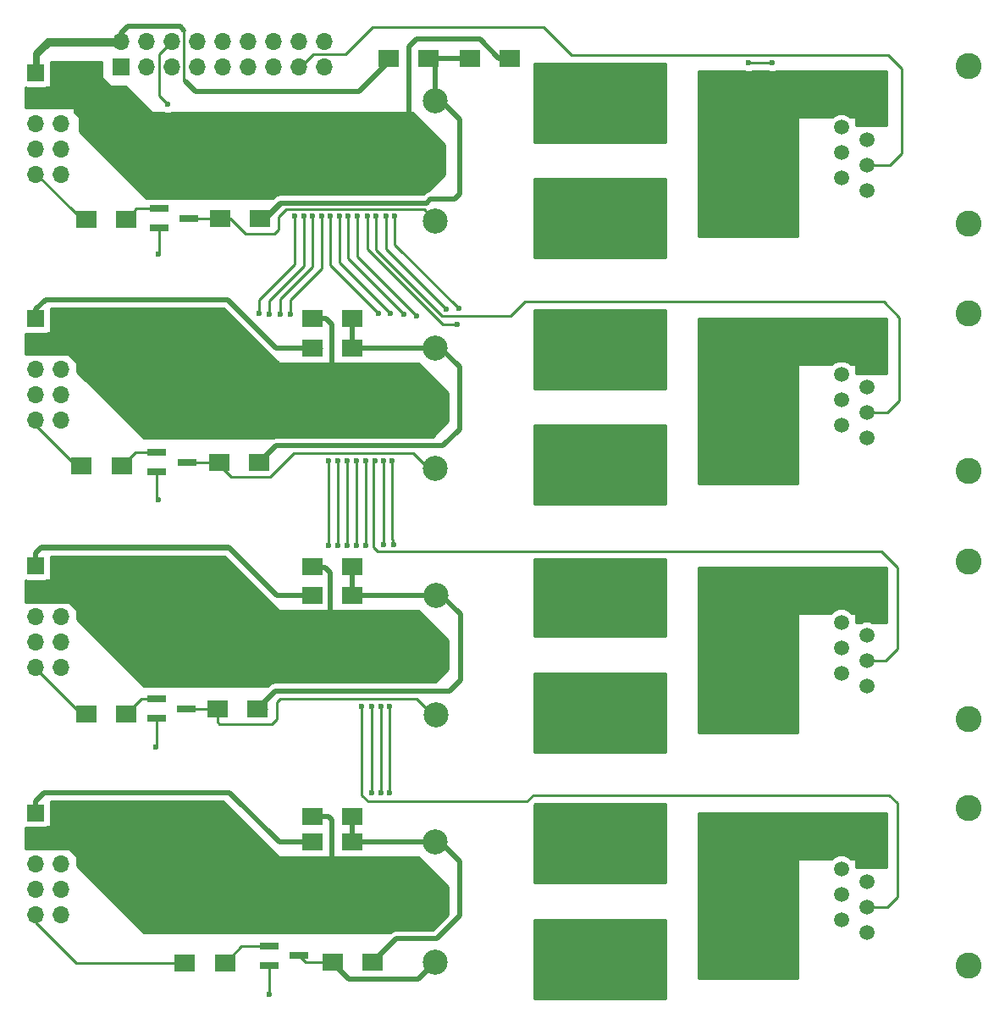
<source format=gtl>
G04 #@! TF.FileFunction,Copper,L1,Top,Signal*
%FSLAX46Y46*%
G04 Gerber Fmt 4.6, Leading zero omitted, Abs format (unit mm)*
G04 Created by KiCad (PCBNEW 4.0.7) date 03/01/19 13:16:32*
%MOMM*%
%LPD*%
G01*
G04 APERTURE LIST*
%ADD10C,0.100000*%
%ADD11C,1.500000*%
%ADD12C,2.600000*%
%ADD13R,3.500000X3.500000*%
%ADD14C,2.500000*%
%ADD15C,3.000000*%
%ADD16R,1.900000X0.800000*%
%ADD17R,2.000000X1.700000*%
%ADD18R,1.700000X1.700000*%
%ADD19O,1.700000X1.700000*%
%ADD20C,0.600000*%
%ADD21C,0.500000*%
%ADD22C,0.250000*%
%ADD23C,1.000000*%
%ADD24C,0.254000*%
G04 APERTURE END LIST*
D10*
D11*
X223075500Y-136652000D03*
X223075500Y-139192000D03*
X223075500Y-141732000D03*
X223075500Y-144272000D03*
X220535500Y-135382000D03*
X220535500Y-137922000D03*
X220535500Y-140462000D03*
X220535500Y-143002000D03*
D12*
X233235500Y-147574000D03*
X233235500Y-131826000D03*
D13*
X207933500Y-72961500D03*
X201133500Y-72961500D03*
X207933500Y-61404500D03*
X201133500Y-61404500D03*
D14*
X179940500Y-73169500D03*
D15*
X192140500Y-73169500D03*
X192190500Y-61119500D03*
D14*
X179940500Y-61169500D03*
D15*
X177990500Y-67119500D03*
D16*
X152322400Y-71948000D03*
X152322400Y-73848000D03*
X155322400Y-72898000D03*
D17*
X149015200Y-72999600D03*
X145015200Y-72999600D03*
X179292000Y-56896000D03*
X175292000Y-56896000D03*
X183420000Y-56896000D03*
X187420000Y-56896000D03*
D13*
X207997000Y-146939000D03*
X201197000Y-146939000D03*
X208060500Y-135572500D03*
X201260500Y-135572500D03*
D14*
X179940500Y-147274000D03*
D15*
X192140500Y-147274000D03*
X192190500Y-135224000D03*
D14*
X179940500Y-135274000D03*
D15*
X177990500Y-141224000D03*
D16*
X163346000Y-145671500D03*
X163346000Y-147571500D03*
X166346000Y-146621500D03*
D17*
X158908500Y-147320000D03*
X154908500Y-147320000D03*
X171672000Y-135255000D03*
X167672000Y-135255000D03*
X171672000Y-132715000D03*
X167672000Y-132715000D03*
D13*
X208060500Y-97536000D03*
X201260500Y-97536000D03*
X208124000Y-86169500D03*
X201324000Y-86169500D03*
X207997000Y-122428000D03*
X201197000Y-122428000D03*
X208187500Y-110744000D03*
X201387500Y-110744000D03*
D14*
X179940500Y-97871000D03*
D15*
X192140500Y-97871000D03*
X192190500Y-85821000D03*
D14*
X179940500Y-85871000D03*
D15*
X177990500Y-91821000D03*
D14*
X180004000Y-122572500D03*
D15*
X192204000Y-122572500D03*
X192254000Y-110522500D03*
D14*
X180004000Y-110572500D03*
D15*
X178054000Y-116522500D03*
D16*
X152119200Y-96319300D03*
X152119200Y-98219300D03*
X155119200Y-97269300D03*
X152043000Y-120970000D03*
X152043000Y-122870000D03*
X155043000Y-121920000D03*
D17*
X148570700Y-97688400D03*
X144570700Y-97688400D03*
X149066000Y-122428000D03*
X145066000Y-122428000D03*
X171672000Y-85852000D03*
X167672000Y-85852000D03*
X171672000Y-110617000D03*
X167672000Y-110617000D03*
X171672000Y-82931000D03*
X167672000Y-82931000D03*
X171672000Y-107696000D03*
X167672000Y-107696000D03*
D18*
X148526500Y-57785000D03*
D19*
X148526500Y-55245000D03*
X151066500Y-57785000D03*
X151066500Y-55245000D03*
X153606500Y-57785000D03*
X153606500Y-55245000D03*
X156146500Y-57785000D03*
X156146500Y-55245000D03*
X158686500Y-57785000D03*
X158686500Y-55245000D03*
X161226500Y-57785000D03*
X161226500Y-55245000D03*
X163766500Y-57785000D03*
X163766500Y-55245000D03*
X166306500Y-57785000D03*
X166306500Y-55245000D03*
X168846500Y-57785000D03*
X168846500Y-55245000D03*
D17*
X162362900Y-97269300D03*
X158362900Y-97269300D03*
X162426400Y-72898000D03*
X158426400Y-72898000D03*
X162147000Y-121920000D03*
X158147000Y-121920000D03*
X173704000Y-147256500D03*
X169704000Y-147256500D03*
D18*
X140004800Y-58369200D03*
D19*
X142544800Y-58369200D03*
X140004800Y-60909200D03*
X142544800Y-60909200D03*
X140004800Y-63449200D03*
X142544800Y-63449200D03*
X140004800Y-65989200D03*
X142544800Y-65989200D03*
X140004800Y-68529200D03*
X142544800Y-68529200D03*
D18*
X140004800Y-132334000D03*
D19*
X142544800Y-132334000D03*
X140004800Y-134874000D03*
X142544800Y-134874000D03*
X140004800Y-137414000D03*
X142544800Y-137414000D03*
X140004800Y-139954000D03*
X142544800Y-139954000D03*
X140004800Y-142494000D03*
X142544800Y-142494000D03*
D18*
X140004800Y-107645200D03*
D19*
X142544800Y-107645200D03*
X140004800Y-110185200D03*
X142544800Y-110185200D03*
X140004800Y-112725200D03*
X142544800Y-112725200D03*
X140004800Y-115265200D03*
X142544800Y-115265200D03*
X140004800Y-117805200D03*
X142544800Y-117805200D03*
D18*
X140004800Y-82956400D03*
D19*
X142544800Y-82956400D03*
X140004800Y-85496400D03*
X142544800Y-85496400D03*
X140004800Y-88036400D03*
X142544800Y-88036400D03*
X140004800Y-90576400D03*
X142544800Y-90576400D03*
X140004800Y-93116400D03*
X142544800Y-93116400D03*
D11*
X223075500Y-62547500D03*
X223075500Y-65087500D03*
X223075500Y-67627500D03*
X223075500Y-70167500D03*
X220535500Y-61277500D03*
X220535500Y-63817500D03*
X220535500Y-66357500D03*
X220535500Y-68897500D03*
D12*
X233235500Y-73469500D03*
X233235500Y-57721500D03*
D11*
X223075500Y-87249000D03*
X223075500Y-89789000D03*
X223075500Y-92329000D03*
X223075500Y-94869000D03*
X220535500Y-85979000D03*
X220535500Y-88519000D03*
X220535500Y-91059000D03*
X220535500Y-93599000D03*
D12*
X233235500Y-98171000D03*
X233235500Y-82423000D03*
D11*
X223075500Y-112014000D03*
X223075500Y-114554000D03*
X223075500Y-117094000D03*
X223075500Y-119634000D03*
X220535500Y-110744000D03*
X220535500Y-113284000D03*
X220535500Y-115824000D03*
X220535500Y-118364000D03*
D12*
X233235500Y-122936000D03*
X233235500Y-107188000D03*
D20*
X152247600Y-76504800D03*
X152209500Y-101041200D03*
X152019000Y-125730000D03*
X213614000Y-57378600D03*
X211251800Y-57378600D03*
X174040800Y-72694800D03*
X182168800Y-83515200D03*
X173126400Y-72694800D03*
X182270400Y-81940400D03*
X175869600Y-72694800D03*
X181000400Y-81991200D03*
X175006000Y-72694800D03*
X173913800Y-97129600D03*
X175463200Y-82448400D03*
X170332400Y-72694800D03*
X174244000Y-82397600D03*
X169468800Y-72694800D03*
X173024800Y-97155000D03*
X173024800Y-105587800D03*
X178054000Y-82651600D03*
X172161200Y-72694800D03*
X175793400Y-105486200D03*
X175641000Y-97155000D03*
X174777400Y-105537000D03*
X174777400Y-97155000D03*
X176784000Y-82499200D03*
X171196000Y-72694800D03*
X162356800Y-82448400D03*
X172593000Y-121666000D03*
X169291000Y-97155000D03*
X169291000Y-105638600D03*
X165912800Y-72694800D03*
X153212800Y-61518800D03*
X167690800Y-72694800D03*
X164439600Y-82499200D03*
X174498000Y-130302000D03*
X174498000Y-121666000D03*
X171119800Y-97180400D03*
X171119800Y-105638600D03*
X173609000Y-130302000D03*
X173609000Y-121666000D03*
X170205400Y-97155000D03*
X170205400Y-105587800D03*
X166827200Y-72694800D03*
X163372800Y-82499200D03*
X163322000Y-150495000D03*
X165455600Y-82499200D03*
X175387000Y-130302000D03*
X175387000Y-121666000D03*
X172034200Y-97155000D03*
X172034200Y-105613200D03*
X168554400Y-72694800D03*
D21*
X162426400Y-72898000D02*
X162941000Y-72898000D01*
X162941000Y-72898000D02*
X164479602Y-71359398D01*
X179084602Y-71359398D02*
X179451000Y-70993000D01*
X164479602Y-71359398D02*
X179084602Y-71359398D01*
X179451000Y-70993000D02*
X181864000Y-70993000D01*
X181864000Y-70993000D02*
X182372000Y-70485000D01*
X182372000Y-70485000D02*
X182372000Y-62992000D01*
X182372000Y-62992000D02*
X180549500Y-61169500D01*
X180549500Y-61169500D02*
X179940500Y-61169500D01*
X179292000Y-56896000D02*
X183420000Y-56896000D01*
X179292000Y-56896000D02*
X179940500Y-57544500D01*
X179940500Y-57544500D02*
X179940500Y-61169500D01*
D22*
X179940500Y-61169500D02*
X179940500Y-57544500D01*
X162426400Y-72898000D02*
X163118800Y-72898000D01*
X163118800Y-72898000D02*
X164490400Y-71526400D01*
X164490400Y-71526400D02*
X178917600Y-71526400D01*
X179292000Y-56896000D02*
X179940500Y-57544500D01*
X182372000Y-67945000D02*
X182372000Y-70485000D01*
X179451000Y-70993000D02*
X179070000Y-71374000D01*
X179070000Y-71374000D02*
X178943000Y-71501000D01*
X181864000Y-70993000D02*
X179451000Y-70993000D01*
X182372000Y-70485000D02*
X181864000Y-70993000D01*
X179921500Y-61150500D02*
X179940500Y-61169500D01*
X179940500Y-61169500D02*
X180486000Y-61169500D01*
X180486000Y-61169500D02*
X182372000Y-63055500D01*
X182372000Y-63055500D02*
X182372000Y-67945000D01*
X179940500Y-73169500D02*
X179940500Y-73158900D01*
X179940500Y-73158900D02*
X178816000Y-72034400D01*
X160934400Y-74422000D02*
X159410400Y-72898000D01*
X163830000Y-74422000D02*
X160934400Y-74422000D01*
X164236400Y-74015600D02*
X163830000Y-74422000D01*
X164236400Y-72796400D02*
X164236400Y-74015600D01*
X164998400Y-72034400D02*
X164236400Y-72796400D01*
X178816000Y-72034400D02*
X164998400Y-72034400D01*
X159410400Y-72898000D02*
X158426400Y-72898000D01*
X158426400Y-72898000D02*
X155322400Y-72898000D01*
D23*
X223075500Y-60642500D02*
X223647000Y-61214000D01*
X223647000Y-61976000D02*
X223075500Y-62547500D01*
X223647000Y-61214000D02*
X223647000Y-61976000D01*
X222440500Y-60007500D02*
X209330500Y-60007500D01*
X223075500Y-60642500D02*
X222440500Y-60007500D01*
X209330500Y-60007500D02*
X207933500Y-61404500D01*
X207933500Y-61404500D02*
X216027000Y-61404500D01*
X216027000Y-61404500D02*
X216598500Y-60833000D01*
X216598500Y-60833000D02*
X219837000Y-60833000D01*
X207933500Y-61404500D02*
X218059000Y-61404500D01*
X207933500Y-72961500D02*
X207933500Y-72297500D01*
X207933500Y-72297500D02*
X207137000Y-71501000D01*
X207137000Y-71501000D02*
X207137000Y-62201000D01*
X207137000Y-62201000D02*
X207933500Y-61404500D01*
X207933500Y-72961500D02*
X207933500Y-72419000D01*
X207933500Y-72419000D02*
X208915000Y-71437500D01*
X208915000Y-71437500D02*
X208915000Y-62386000D01*
X208915000Y-62386000D02*
X207933500Y-61404500D01*
X207933500Y-72961500D02*
X207933500Y-61404500D01*
X218059000Y-61404500D02*
X221678500Y-61404500D01*
X221678500Y-61404500D02*
X221805500Y-61277500D01*
X219710000Y-61404500D02*
X220408500Y-61404500D01*
X220408500Y-61404500D02*
X220535500Y-61277500D01*
X219837000Y-60833000D02*
X221551500Y-60833000D01*
X223075500Y-61658500D02*
X223075500Y-62547500D01*
X222250000Y-60833000D02*
X223075500Y-61658500D01*
X221551500Y-60833000D02*
X222250000Y-60833000D01*
X220535500Y-61277500D02*
X221805500Y-61277500D01*
X221805500Y-61277500D02*
X223075500Y-62547500D01*
X208505000Y-60833000D02*
X216598500Y-60833000D01*
X219837000Y-60833000D02*
X220281500Y-60833000D01*
X208505000Y-60833000D02*
X207933500Y-61404500D01*
X207933500Y-61404500D02*
X214820500Y-61404500D01*
X218059000Y-61404500D02*
X219710000Y-61404500D01*
X219710000Y-61404500D02*
X219837000Y-61404500D01*
X192140500Y-73169500D02*
X192549500Y-73169500D01*
X192549500Y-73169500D02*
X193484500Y-74104500D01*
X193484500Y-74104500D02*
X199990500Y-74104500D01*
X199990500Y-74104500D02*
X201133500Y-72961500D01*
X201133500Y-72961500D02*
X200088500Y-72961500D01*
X200088500Y-72961500D02*
X199136000Y-72009000D01*
X193301000Y-72009000D02*
X192140500Y-73169500D01*
X199136000Y-72009000D02*
X193301000Y-72009000D01*
X192140500Y-73169500D02*
X200925500Y-73169500D01*
X200925500Y-73169500D02*
X201133500Y-72961500D01*
X201133500Y-72961500D02*
X192348500Y-72961500D01*
X192348500Y-72961500D02*
X192140500Y-73169500D01*
X192348500Y-72961500D02*
X192140500Y-73169500D01*
X192190500Y-61119500D02*
X192309000Y-61119500D01*
X192309000Y-61119500D02*
X193167000Y-60261500D01*
X193167000Y-60261500D02*
X199990500Y-60261500D01*
X199990500Y-60261500D02*
X201133500Y-61404500D01*
X192190500Y-61119500D02*
X192190500Y-61888500D01*
X192190500Y-61888500D02*
X192659000Y-62357000D01*
X192659000Y-62357000D02*
X200181000Y-62357000D01*
X200181000Y-62357000D02*
X201133500Y-61404500D01*
X201133500Y-61404500D02*
X192475500Y-61404500D01*
X192475500Y-61404500D02*
X192190500Y-61119500D01*
X192190500Y-61119500D02*
X200848500Y-61119500D01*
X200848500Y-61119500D02*
X201133500Y-61404500D01*
X192475500Y-61404500D02*
X192190500Y-61119500D01*
D21*
X154940000Y-59182000D02*
X155956000Y-60198000D01*
X155956000Y-60198000D02*
X172339000Y-60198000D01*
X172339000Y-60198000D02*
X175292000Y-57245000D01*
X175292000Y-57245000D02*
X175292000Y-56896000D01*
X148526500Y-55245000D02*
X148526500Y-54419500D01*
X148526500Y-54419500D02*
X149225000Y-53721000D01*
X149225000Y-53721000D02*
X154432000Y-53721000D01*
X154432000Y-53721000D02*
X154813000Y-54102000D01*
X140004800Y-58369200D02*
X140004800Y-56464200D01*
X141351000Y-55118000D02*
X148399500Y-55118000D01*
X140004800Y-56464200D02*
X141351000Y-55118000D01*
X148399500Y-55118000D02*
X148526500Y-55245000D01*
X140004800Y-58369200D02*
X140004800Y-56781700D01*
X140004800Y-56781700D02*
X141287500Y-55499000D01*
X141287500Y-55499000D02*
X148272500Y-55499000D01*
X148272500Y-55499000D02*
X148526500Y-55245000D01*
D22*
X175292000Y-56896000D02*
X175292000Y-57245000D01*
X175292000Y-57245000D02*
X172339000Y-60198000D01*
X149225000Y-53721000D02*
X148526500Y-54419500D01*
X139827000Y-56959500D02*
X139827000Y-58039000D01*
X139827000Y-58039000D02*
X140017500Y-58229500D01*
X148526500Y-55245000D02*
X147891500Y-55245000D01*
X147891500Y-55245000D02*
X147637500Y-55499000D01*
X140208000Y-56451500D02*
X140208000Y-58039000D01*
X140462000Y-56197500D02*
X140208000Y-56451500D01*
X140589000Y-56197500D02*
X140462000Y-56197500D01*
X141287500Y-55499000D02*
X140589000Y-56197500D01*
X147637500Y-55499000D02*
X141287500Y-55499000D01*
X140208000Y-58039000D02*
X140017500Y-58229500D01*
X140017500Y-58229500D02*
X140017500Y-57150000D01*
X140017500Y-57150000D02*
X139827000Y-56959500D01*
X139827000Y-56959500D02*
X139827000Y-56324500D01*
X139827000Y-56324500D02*
X141160500Y-54991000D01*
X141160500Y-54991000D02*
X147637500Y-54991000D01*
X147637500Y-54991000D02*
X147891500Y-55245000D01*
X148526500Y-55245000D02*
X141224000Y-55245000D01*
X141224000Y-55245000D02*
X140017500Y-56451500D01*
X140017500Y-56451500D02*
X140017500Y-58229500D01*
X140017500Y-56451500D02*
X140017500Y-58229500D01*
X172339000Y-60198000D02*
X155956000Y-60198000D01*
X154940000Y-59182000D02*
X154813000Y-59055000D01*
X154813000Y-59055000D02*
X154813000Y-54102000D01*
X154813000Y-54102000D02*
X154432000Y-53721000D01*
X154432000Y-53721000D02*
X149225000Y-53721000D01*
D21*
X187420000Y-56896000D02*
X186309000Y-56896000D01*
X186309000Y-56896000D02*
X184404000Y-54991000D01*
X184404000Y-54991000D02*
X178054000Y-54991000D01*
X178054000Y-54991000D02*
X177292000Y-55753000D01*
X177292000Y-55753000D02*
X177292000Y-64008000D01*
X177292000Y-64008000D02*
X177038000Y-64262000D01*
D23*
X177990500Y-67119500D02*
X177673000Y-67119500D01*
X177673000Y-67119500D02*
X176974500Y-67818000D01*
X169608500Y-66294000D02*
X177165000Y-66294000D01*
X177165000Y-66294000D02*
X177990500Y-67119500D01*
X177990500Y-67119500D02*
X151447500Y-67119500D01*
X151447500Y-67119500D02*
X145097500Y-60769500D01*
D22*
X177292000Y-64770000D02*
X177038000Y-65024000D01*
X177292000Y-55753000D02*
X177292000Y-64770000D01*
X178054000Y-54991000D02*
X177292000Y-55753000D01*
X184404000Y-54991000D02*
X178054000Y-54991000D01*
X186309000Y-56896000D02*
X184404000Y-54991000D01*
D23*
X150876000Y-67818000D02*
X144018000Y-60960000D01*
X142557500Y-58229500D02*
X143510000Y-59182000D01*
X143510000Y-59309000D02*
X143891000Y-59690000D01*
X143510000Y-59182000D02*
X143510000Y-59309000D01*
X176974500Y-67818000D02*
X150876000Y-67818000D01*
X144018000Y-59817000D02*
X143891000Y-59690000D01*
X144018000Y-60960000D02*
X144018000Y-59817000D01*
X143891000Y-59690000D02*
X143637000Y-59690000D01*
X143637000Y-59690000D02*
X142557500Y-60769500D01*
X142557500Y-58229500D02*
X143700500Y-58229500D01*
X151765000Y-66294000D02*
X165417500Y-66294000D01*
X165417500Y-66294000D02*
X169608500Y-66294000D01*
X143700500Y-58229500D02*
X151765000Y-66294000D01*
X142557500Y-60769500D02*
X142557500Y-58229500D01*
D22*
X142557500Y-60769500D02*
X140017500Y-60769500D01*
D23*
X145097500Y-60769500D02*
X142557500Y-60769500D01*
X143065500Y-60261500D02*
X142557500Y-60769500D01*
D22*
X152322400Y-73848000D02*
X152322400Y-76430000D01*
X152322400Y-76430000D02*
X152247600Y-76504800D01*
X140004800Y-68529200D02*
X140093700Y-68529200D01*
X140093700Y-68529200D02*
X143827500Y-72263000D01*
X144780000Y-73215500D02*
X143827500Y-72263000D01*
D21*
X171672000Y-82931000D02*
X171672000Y-85852000D01*
X180721000Y-95631000D02*
X164001200Y-95631000D01*
X164001200Y-95631000D02*
X162362900Y-97269300D01*
X179940500Y-85871000D02*
X180486000Y-85871000D01*
X180486000Y-85871000D02*
X182372000Y-87757000D01*
X182372000Y-87757000D02*
X182372000Y-93980000D01*
X182372000Y-93980000D02*
X180721000Y-95631000D01*
X171672000Y-85852000D02*
X179921500Y-85852000D01*
X179921500Y-85852000D02*
X179940500Y-85871000D01*
D22*
X162362900Y-97269300D02*
X162877500Y-97269300D01*
X180721000Y-95631000D02*
X182372000Y-93980000D01*
X182372000Y-92964000D02*
X182372000Y-93980000D01*
X171608500Y-86233000D02*
X171608500Y-83312000D01*
X179940500Y-85871000D02*
X171970500Y-85871000D01*
X171970500Y-85871000D02*
X171608500Y-86233000D01*
X179921500Y-85852000D02*
X179940500Y-85871000D01*
X180486000Y-85871000D02*
X182372000Y-87757000D01*
X182372000Y-87757000D02*
X182372000Y-92964000D01*
X179940500Y-97871000D02*
X179252600Y-97871000D01*
X179252600Y-97871000D02*
X177774600Y-96393000D01*
X177774600Y-96393000D02*
X165823900Y-96393000D01*
X165823900Y-96393000D02*
X163461700Y-98755200D01*
X163461700Y-98755200D02*
X159562800Y-98755200D01*
X159562800Y-98755200D02*
X158362900Y-97555300D01*
X158362900Y-97555300D02*
X158362900Y-97269300D01*
X155119200Y-97269300D02*
X158362900Y-97269300D01*
D21*
X171672000Y-107696000D02*
X171672000Y-110617000D01*
X181356000Y-120142000D02*
X163925000Y-120142000D01*
X163925000Y-120142000D02*
X162147000Y-121920000D01*
X180004000Y-110572500D02*
X180549500Y-110572500D01*
X180549500Y-110572500D02*
X182435500Y-112458500D01*
X182435500Y-112458500D02*
X182435500Y-119062500D01*
X182435500Y-119062500D02*
X181356000Y-120142000D01*
X171672000Y-110617000D02*
X179959500Y-110617000D01*
X179959500Y-110617000D02*
X180004000Y-110572500D01*
D22*
X162147000Y-121920000D02*
X162560000Y-121920000D01*
X181356000Y-120142000D02*
X182435500Y-119062500D01*
X162147000Y-121920000D02*
X163068000Y-121920000D01*
X182435500Y-117856000D02*
X182435500Y-119062500D01*
X171672000Y-110934500D02*
X171672000Y-109125000D01*
X171672000Y-109125000D02*
X171672000Y-108013500D01*
X180004000Y-110572500D02*
X172034000Y-110572500D01*
X172034000Y-110572500D02*
X171672000Y-110934500D01*
X179985000Y-110553500D02*
X180004000Y-110572500D01*
X180549500Y-110572500D02*
X182435500Y-112458500D01*
X182435500Y-112458500D02*
X182435500Y-117856000D01*
X180004000Y-122572500D02*
X179722500Y-122572500D01*
X179722500Y-122572500D02*
X178054000Y-120904000D01*
X162179000Y-123444000D02*
X163576000Y-123444000D01*
X164465000Y-120904000D02*
X178054000Y-120904000D01*
X164084000Y-121285000D02*
X164465000Y-120904000D01*
X164084000Y-122936000D02*
X164084000Y-121285000D01*
X163576000Y-123444000D02*
X164084000Y-122936000D01*
X180004000Y-121817002D02*
X180004000Y-122572500D01*
X158147000Y-123222000D02*
X158147000Y-121920000D01*
X158369000Y-123444000D02*
X158147000Y-123222000D01*
X162179000Y-123444000D02*
X158369000Y-123444000D01*
X155043000Y-121920000D02*
X158147000Y-121920000D01*
D23*
X223075500Y-85344000D02*
X223647000Y-85915500D01*
X223647000Y-86677500D02*
X223075500Y-87249000D01*
X223647000Y-85915500D02*
X223647000Y-86677500D01*
X222440500Y-84709000D02*
X209330500Y-84709000D01*
X223075500Y-85344000D02*
X222440500Y-84709000D01*
X209330500Y-84709000D02*
X207933500Y-86106000D01*
X207933500Y-86106000D02*
X216027000Y-86106000D01*
X216027000Y-86106000D02*
X216598500Y-85534500D01*
X216598500Y-85534500D02*
X219837000Y-85534500D01*
X207933500Y-86106000D02*
X218059000Y-86106000D01*
X207933500Y-97663000D02*
X207933500Y-96999000D01*
X207933500Y-96999000D02*
X207137000Y-96202500D01*
X207137000Y-96202500D02*
X207137000Y-86902500D01*
X207137000Y-86902500D02*
X207933500Y-86106000D01*
X207933500Y-97663000D02*
X207933500Y-97120500D01*
X207933500Y-97120500D02*
X208915000Y-96139000D01*
X208915000Y-96139000D02*
X208915000Y-87087500D01*
X208915000Y-87087500D02*
X207933500Y-86106000D01*
X207933500Y-97663000D02*
X207933500Y-86106000D01*
X218059000Y-86106000D02*
X221678500Y-86106000D01*
X221678500Y-86106000D02*
X221805500Y-85979000D01*
X219710000Y-86106000D02*
X220408500Y-86106000D01*
X220408500Y-86106000D02*
X220535500Y-85979000D01*
X219837000Y-85534500D02*
X221551500Y-85534500D01*
X223075500Y-86360000D02*
X223075500Y-87249000D01*
X222250000Y-85534500D02*
X223075500Y-86360000D01*
X221551500Y-85534500D02*
X222250000Y-85534500D01*
X220535500Y-85979000D02*
X221805500Y-85979000D01*
X221805500Y-85979000D02*
X223075500Y-87249000D01*
X208505000Y-85534500D02*
X216598500Y-85534500D01*
X219837000Y-85534500D02*
X220281500Y-85534500D01*
X208505000Y-85534500D02*
X207933500Y-86106000D01*
X207933500Y-86106000D02*
X214820500Y-86106000D01*
X218059000Y-86106000D02*
X219710000Y-86106000D01*
X219710000Y-86106000D02*
X219837000Y-86106000D01*
X192140500Y-97871000D02*
X192549500Y-97871000D01*
X192549500Y-97871000D02*
X193484500Y-98806000D01*
X193301000Y-96710500D02*
X192140500Y-97871000D01*
X192140500Y-97871000D02*
X200925500Y-97871000D01*
X201133500Y-97663000D02*
X192348500Y-97663000D01*
X192348500Y-97663000D02*
X192140500Y-97871000D01*
X192348500Y-97663000D02*
X192140500Y-97871000D01*
X199136000Y-96710500D02*
X193301000Y-96710500D01*
X193484500Y-98806000D02*
X199990500Y-98806000D01*
X199990500Y-98806000D02*
X201133500Y-97663000D01*
X201133500Y-97663000D02*
X200088500Y-97663000D01*
X200088500Y-97663000D02*
X199136000Y-96710500D01*
X200925500Y-97871000D02*
X201133500Y-97663000D01*
X199990500Y-84963000D02*
X201133500Y-86106000D01*
X200181000Y-87058500D02*
X201133500Y-86106000D01*
X200848500Y-85821000D02*
X201133500Y-86106000D01*
X192190500Y-85821000D02*
X192309000Y-85821000D01*
X192309000Y-85821000D02*
X193167000Y-84963000D01*
X193167000Y-84963000D02*
X199990500Y-84963000D01*
X192190500Y-85821000D02*
X192190500Y-86590000D01*
X192190500Y-86590000D02*
X192659000Y-87058500D01*
X192659000Y-87058500D02*
X200181000Y-87058500D01*
X201133500Y-86106000D02*
X192475500Y-86106000D01*
X192475500Y-86106000D02*
X192190500Y-85821000D01*
X192190500Y-85821000D02*
X200848500Y-85821000D01*
X192475500Y-86106000D02*
X192190500Y-85821000D01*
X222504000Y-109410500D02*
X209394000Y-109410500D01*
X223139000Y-110045500D02*
X222504000Y-109410500D01*
X209394000Y-109410500D02*
X207997000Y-110807500D01*
X207997000Y-110807500D02*
X216090500Y-110807500D01*
X216090500Y-110807500D02*
X216662000Y-110236000D01*
X207997000Y-110807500D02*
X218122500Y-110807500D01*
X207997000Y-122364500D02*
X207997000Y-121700500D01*
X207997000Y-121700500D02*
X207200500Y-120904000D01*
X207200500Y-120904000D02*
X207200500Y-111604000D01*
X207200500Y-111604000D02*
X207997000Y-110807500D01*
X207997000Y-122364500D02*
X207997000Y-121822000D01*
X207997000Y-121822000D02*
X208978500Y-120840500D01*
X208978500Y-120840500D02*
X208978500Y-111789000D01*
X208978500Y-111789000D02*
X207997000Y-110807500D01*
X207997000Y-122364500D02*
X207997000Y-110807500D01*
X218122500Y-110807500D02*
X221742000Y-110807500D01*
X221742000Y-110807500D02*
X221869000Y-110680500D01*
X208568500Y-110236000D02*
X216662000Y-110236000D01*
X208568500Y-110236000D02*
X207997000Y-110807500D01*
X207997000Y-110807500D02*
X214884000Y-110807500D01*
X218122500Y-110807500D02*
X219773500Y-110807500D01*
X223139000Y-110045500D02*
X223710500Y-110617000D01*
X223710500Y-111379000D02*
X223139000Y-111950500D01*
X223710500Y-110617000D02*
X223710500Y-111379000D01*
X216662000Y-110236000D02*
X219900500Y-110236000D01*
X219773500Y-110807500D02*
X220472000Y-110807500D01*
X220472000Y-110807500D02*
X220599000Y-110680500D01*
X219900500Y-110236000D02*
X221615000Y-110236000D01*
X223139000Y-111061500D02*
X223139000Y-111950500D01*
X222313500Y-110236000D02*
X223139000Y-111061500D01*
X221615000Y-110236000D02*
X222313500Y-110236000D01*
X220599000Y-110680500D02*
X221869000Y-110680500D01*
X221869000Y-110680500D02*
X223139000Y-111950500D01*
X219900500Y-110236000D02*
X220345000Y-110236000D01*
X219773500Y-110807500D02*
X219900500Y-110807500D01*
X192204000Y-122572500D02*
X192613000Y-122572500D01*
X192613000Y-122572500D02*
X193548000Y-123507500D01*
X193548000Y-123507500D02*
X200054000Y-123507500D01*
X200054000Y-123507500D02*
X201197000Y-122364500D01*
X201197000Y-122364500D02*
X200152000Y-122364500D01*
X200152000Y-122364500D02*
X199199500Y-121412000D01*
X193364500Y-121412000D02*
X192204000Y-122572500D01*
X199199500Y-121412000D02*
X193364500Y-121412000D01*
X192204000Y-122572500D02*
X200989000Y-122572500D01*
X200989000Y-122572500D02*
X201197000Y-122364500D01*
X201197000Y-122364500D02*
X192412000Y-122364500D01*
X192412000Y-122364500D02*
X192204000Y-122572500D01*
X192412000Y-122364500D02*
X192204000Y-122572500D01*
X192254000Y-110522500D02*
X192372500Y-110522500D01*
X192372500Y-110522500D02*
X193230500Y-109664500D01*
X193230500Y-109664500D02*
X200054000Y-109664500D01*
X200054000Y-109664500D02*
X201197000Y-110807500D01*
X192254000Y-110522500D02*
X192254000Y-111291500D01*
X192254000Y-111291500D02*
X192722500Y-111760000D01*
X192722500Y-111760000D02*
X200244500Y-111760000D01*
X200244500Y-111760000D02*
X201197000Y-110807500D01*
X201197000Y-110807500D02*
X192539000Y-110807500D01*
X192539000Y-110807500D02*
X192254000Y-110522500D01*
X192254000Y-110522500D02*
X200912000Y-110522500D01*
X200912000Y-110522500D02*
X201197000Y-110807500D01*
X192539000Y-110807500D02*
X192254000Y-110522500D01*
D21*
X140004800Y-82956400D02*
X140004800Y-81991200D01*
X140004800Y-81991200D02*
X140970000Y-81026000D01*
X159156400Y-81026000D02*
X163982400Y-85852000D01*
X140970000Y-81026000D02*
X159156400Y-81026000D01*
X163982400Y-85852000D02*
X167672000Y-85852000D01*
D22*
X167672000Y-85852000D02*
X163982400Y-85852000D01*
X159283400Y-81153000D02*
X140843000Y-81153000D01*
X140843000Y-81153000D02*
X140004800Y-81991200D01*
X163982400Y-85852000D02*
X159283400Y-81153000D01*
X167608500Y-86233000D02*
X167005000Y-86233000D01*
X167608500Y-85852000D02*
X168592500Y-85852000D01*
D21*
X167672000Y-82931000D02*
X169037000Y-82931000D01*
X169608500Y-83502500D02*
X169608500Y-90995500D01*
X169037000Y-82931000D02*
X169608500Y-83502500D01*
D23*
X177990500Y-91821000D02*
X177673000Y-91821000D01*
X177673000Y-91821000D02*
X176974500Y-92519500D01*
X169418000Y-90995500D02*
X169608500Y-90995500D01*
X169608500Y-90995500D02*
X177165000Y-90995500D01*
X177165000Y-90995500D02*
X177990500Y-91821000D01*
X177990500Y-91821000D02*
X151447500Y-91821000D01*
X151447500Y-91821000D02*
X145097500Y-85471000D01*
X151765000Y-90995500D02*
X165417500Y-90995500D01*
X165417500Y-90995500D02*
X169418000Y-90995500D01*
D22*
X169291000Y-83312000D02*
X169418000Y-83439000D01*
D23*
X150876000Y-92519500D02*
X144018000Y-85661500D01*
X142557500Y-82931000D02*
X143510000Y-83883500D01*
X143510000Y-84010500D02*
X143891000Y-84391500D01*
X143510000Y-83883500D02*
X143510000Y-84010500D01*
X176974500Y-92519500D02*
X150876000Y-92519500D01*
X144018000Y-84518500D02*
X143891000Y-84391500D01*
X144018000Y-85661500D02*
X144018000Y-84518500D01*
X143891000Y-84391500D02*
X143637000Y-84391500D01*
X142557500Y-82931000D02*
X143700500Y-82931000D01*
X143700500Y-82931000D02*
X151765000Y-90995500D01*
X142557500Y-85471000D02*
X142557500Y-82931000D01*
X143637000Y-84391500D02*
X142557500Y-85471000D01*
X142557500Y-85471000D02*
X140017500Y-85471000D01*
X145097500Y-85471000D02*
X142557500Y-85471000D01*
X143065500Y-84963000D02*
X142557500Y-85471000D01*
D22*
X152119200Y-98219300D02*
X152119200Y-100950900D01*
X152119200Y-100950900D02*
X152209500Y-101041200D01*
X140004800Y-93116400D02*
X140004800Y-93624400D01*
X140004800Y-93624400D02*
X144297400Y-97917000D01*
D21*
X140004800Y-107645200D02*
X140004800Y-106375200D01*
X140004800Y-106375200D02*
X140589000Y-105791000D01*
X159258000Y-105791000D02*
X164084000Y-110617000D01*
X140589000Y-105791000D02*
X159258000Y-105791000D01*
X164084000Y-110617000D02*
X167672000Y-110617000D01*
D22*
X167672000Y-110617000D02*
X164084000Y-110617000D01*
X159385000Y-105918000D02*
X159258000Y-105918000D01*
X140462000Y-105918000D02*
X140004800Y-106375200D01*
X159258000Y-105918000D02*
X140462000Y-105918000D01*
X164084000Y-110617000D02*
X159385000Y-105918000D01*
X167672000Y-110934500D02*
X167195500Y-110934500D01*
D21*
X169418000Y-116459000D02*
X169418000Y-108331000D01*
X168910000Y-107823000D02*
X168656000Y-107823000D01*
X169418000Y-108331000D02*
X168910000Y-107823000D01*
X168656000Y-107823000D02*
X167672000Y-107696000D01*
D22*
X169418000Y-108966000D02*
X169418000Y-116459000D01*
X169418000Y-116459000D02*
X169418000Y-116522500D01*
D23*
X169672000Y-115697000D02*
X177228500Y-115697000D01*
X178054000Y-116522500D02*
X177736500Y-116522500D01*
X177736500Y-116522500D02*
X177038000Y-117221000D01*
X177228500Y-115697000D02*
X178054000Y-116522500D01*
X178054000Y-116522500D02*
X169418000Y-116522500D01*
X169418000Y-116522500D02*
X151511000Y-116522500D01*
X151511000Y-116522500D02*
X145161000Y-110172500D01*
X165481000Y-115697000D02*
X169672000Y-115697000D01*
X151828500Y-115697000D02*
X165481000Y-115697000D01*
X143764000Y-107632500D02*
X151828500Y-115697000D01*
D22*
X167672000Y-108013500D02*
X168465500Y-108013500D01*
D23*
X142621000Y-107632500D02*
X143764000Y-107632500D01*
X150939500Y-117221000D02*
X144081500Y-110363000D01*
X142621000Y-107632500D02*
X143573500Y-108585000D01*
X143573500Y-108712000D02*
X143954500Y-109093000D01*
X143573500Y-108585000D02*
X143573500Y-108712000D01*
X177038000Y-117221000D02*
X150939500Y-117221000D01*
X144081500Y-109220000D02*
X143954500Y-109093000D01*
X144081500Y-110363000D02*
X144081500Y-109220000D01*
X143954500Y-109093000D02*
X143700500Y-109093000D01*
X143700500Y-109093000D02*
X142621000Y-110172500D01*
X142621000Y-110172500D02*
X142621000Y-107632500D01*
X142621000Y-110172500D02*
X140081000Y-110172500D01*
X145161000Y-110172500D02*
X142621000Y-110172500D01*
X143129000Y-109664500D02*
X142621000Y-110172500D01*
D22*
X152043000Y-122870000D02*
X152043000Y-125706000D01*
X152043000Y-125706000D02*
X152019000Y-125730000D01*
X140004800Y-117805200D02*
X140004800Y-117906800D01*
X140004800Y-117906800D02*
X144716500Y-122618500D01*
X166306500Y-57785000D02*
X166446200Y-57785000D01*
X166446200Y-57785000D02*
X167716200Y-56515000D01*
X167716200Y-56515000D02*
X170992800Y-56515000D01*
X170992800Y-56515000D02*
X173710600Y-53797200D01*
X173710600Y-53797200D02*
X190804800Y-53797200D01*
X190804800Y-53797200D02*
X193573400Y-56565800D01*
X193573400Y-56565800D02*
X225221800Y-56565800D01*
X225221800Y-56565800D02*
X226618800Y-57962800D01*
X226618800Y-57962800D02*
X226618800Y-66446400D01*
X226618800Y-66446400D02*
X225437700Y-67627500D01*
X225437700Y-67627500D02*
X223075500Y-67627500D01*
X211251800Y-57378600D02*
X213614000Y-57378600D01*
X168846500Y-57785000D02*
X169037000Y-57785000D01*
X226364800Y-89408000D02*
X226364800Y-91135200D01*
X225171000Y-92329000D02*
X223075500Y-92329000D01*
X226364800Y-91135200D02*
X225171000Y-92329000D01*
X181711600Y-82651600D02*
X180644800Y-82651600D01*
X174040800Y-76047600D02*
X174040800Y-72694800D01*
X180644800Y-82651600D02*
X174040800Y-76047600D01*
X187502800Y-82651600D02*
X188925200Y-81229200D01*
X181711600Y-82651600D02*
X187502800Y-82651600D01*
X188925200Y-81229200D02*
X189738000Y-81229200D01*
X224790000Y-81229200D02*
X189738000Y-81229200D01*
X226364800Y-82804000D02*
X224790000Y-81229200D01*
X226364800Y-89408000D02*
X226364800Y-82804000D01*
X173126400Y-72694800D02*
X173126400Y-75946000D01*
X173126400Y-75946000D02*
X180695600Y-83515200D01*
X180695600Y-83515200D02*
X182168800Y-83515200D01*
X175869600Y-75539600D02*
X175869600Y-72694800D01*
X182270400Y-81940400D02*
X175869600Y-75539600D01*
X175006000Y-75996800D02*
X175006000Y-72694800D01*
X181000400Y-81991200D02*
X175006000Y-75996800D01*
X175006000Y-72694800D02*
X175006000Y-74879200D01*
X175006000Y-74879200D02*
X175006000Y-75082400D01*
X173761400Y-105816400D02*
X174167800Y-106222800D01*
X224536000Y-106222800D02*
X226123500Y-107810300D01*
X189433200Y-106222800D02*
X224536000Y-106222800D01*
X226123500Y-109855000D02*
X226123500Y-107810300D01*
X224980500Y-117094000D02*
X226123500Y-115951000D01*
X226123500Y-115951000D02*
X226123500Y-109855000D01*
X223075500Y-117094000D02*
X224980500Y-117094000D01*
X189433200Y-106222800D02*
X174167800Y-106222800D01*
X173913800Y-97129600D02*
X173761400Y-97282000D01*
X173761400Y-97282000D02*
X173761400Y-105816400D01*
X173736000Y-80721200D02*
X175463200Y-82448400D01*
X170332400Y-77317600D02*
X173736000Y-80721200D01*
X170332400Y-72694800D02*
X170332400Y-77317600D01*
X172720000Y-80873600D02*
X174244000Y-82397600D01*
X169468800Y-77622400D02*
X172720000Y-80873600D01*
X169468800Y-72694800D02*
X169468800Y-77622400D01*
X173024800Y-97155000D02*
X173024800Y-105613200D01*
X173024800Y-105613200D02*
X173024800Y-105587800D01*
X175666400Y-80264000D02*
X178054000Y-82651600D01*
X172161200Y-76758800D02*
X175666400Y-80264000D01*
X172161200Y-72694800D02*
X172161200Y-76758800D01*
X175666400Y-105003600D02*
X175666400Y-105359200D01*
X175666400Y-105359200D02*
X175793400Y-105486200D01*
X175641000Y-104470200D02*
X175641000Y-104978200D01*
X175641000Y-97155000D02*
X175641000Y-104470200D01*
X175641000Y-104978200D02*
X175666400Y-105003600D01*
X174777400Y-97155000D02*
X174777400Y-105537000D01*
X174447200Y-80162400D02*
X176784000Y-82499200D01*
X171196000Y-76911200D02*
X174447200Y-80162400D01*
X171196000Y-72694800D02*
X171196000Y-76911200D01*
D21*
X171672000Y-132715000D02*
X171672000Y-135255000D01*
X179940500Y-135274000D02*
X180486000Y-135274000D01*
X180486000Y-135274000D02*
X182372000Y-137160000D01*
X182372000Y-137160000D02*
X182372000Y-142621000D01*
X182372000Y-142621000D02*
X180086000Y-144907000D01*
X180086000Y-144907000D02*
X176053500Y-144907000D01*
X176053500Y-144907000D02*
X173704000Y-147256500D01*
X171672000Y-135255000D02*
X179921500Y-135255000D01*
X179921500Y-135255000D02*
X179940500Y-135274000D01*
D22*
X179940500Y-135274000D02*
X171691000Y-135274000D01*
X171691000Y-135274000D02*
X171672000Y-135255000D01*
X182372000Y-137160000D02*
X182372000Y-142557500D01*
X182372000Y-142557500D02*
X180022500Y-144907000D01*
X180486000Y-135274000D02*
X182372000Y-137160000D01*
X179921500Y-135255000D02*
X179940500Y-135274000D01*
D21*
X169704000Y-147256500D02*
X169704000Y-147352000D01*
X169704000Y-147352000D02*
X171323000Y-148971000D01*
X171323000Y-148971000D02*
X178243500Y-148971000D01*
X178243500Y-148971000D02*
X179940500Y-147274000D01*
D22*
X169704000Y-147352000D02*
X171323000Y-148971000D01*
X171323000Y-148971000D02*
X172085000Y-148971000D01*
X166981000Y-147256500D02*
X166346000Y-146621500D01*
X170204000Y-147256500D02*
X166981000Y-147256500D01*
X172085000Y-148971000D02*
X178243500Y-148971000D01*
X178243500Y-148971000D02*
X179940500Y-147274000D01*
D23*
X219710000Y-135509000D02*
X219837000Y-135509000D01*
X218059000Y-135509000D02*
X219710000Y-135509000D01*
X207933500Y-135509000D02*
X214820500Y-135509000D01*
X208505000Y-134937500D02*
X207933500Y-135509000D01*
X219837000Y-134937500D02*
X220281500Y-134937500D01*
X208505000Y-134937500D02*
X216598500Y-134937500D01*
X221805500Y-135382000D02*
X223075500Y-136652000D01*
X220535500Y-135382000D02*
X221805500Y-135382000D01*
X221551500Y-134937500D02*
X222250000Y-134937500D01*
X222250000Y-134937500D02*
X223075500Y-135763000D01*
X223075500Y-135763000D02*
X223075500Y-136652000D01*
X219837000Y-134937500D02*
X221551500Y-134937500D01*
X220408500Y-135509000D02*
X220535500Y-135382000D01*
X219710000Y-135509000D02*
X220408500Y-135509000D01*
X221678500Y-135509000D02*
X221805500Y-135382000D01*
X218059000Y-135509000D02*
X221678500Y-135509000D01*
X207933500Y-147066000D02*
X207933500Y-135509000D01*
X208915000Y-136490500D02*
X207933500Y-135509000D01*
X208915000Y-145542000D02*
X208915000Y-136490500D01*
X207933500Y-146523500D02*
X208915000Y-145542000D01*
X207933500Y-147066000D02*
X207933500Y-146523500D01*
X207137000Y-136305500D02*
X207933500Y-135509000D01*
X207137000Y-145605500D02*
X207137000Y-136305500D01*
X207933500Y-146402000D02*
X207137000Y-145605500D01*
X207933500Y-147066000D02*
X207933500Y-146402000D01*
X207933500Y-135509000D02*
X218059000Y-135509000D01*
X216598500Y-134937500D02*
X219837000Y-134937500D01*
X216027000Y-135509000D02*
X216598500Y-134937500D01*
X207933500Y-135509000D02*
X216027000Y-135509000D01*
X209330500Y-134112000D02*
X207933500Y-135509000D01*
X223075500Y-134747000D02*
X222440500Y-134112000D01*
X222440500Y-134112000D02*
X209330500Y-134112000D01*
X223647000Y-135318500D02*
X223647000Y-136080500D01*
X223647000Y-136080500D02*
X223075500Y-136652000D01*
X223075500Y-134747000D02*
X223647000Y-135318500D01*
X192348500Y-147066000D02*
X192140500Y-147274000D01*
X192348500Y-147066000D02*
X192140500Y-147274000D01*
X201133500Y-147066000D02*
X192348500Y-147066000D01*
X200925500Y-147274000D02*
X201133500Y-147066000D01*
X192140500Y-147274000D02*
X200925500Y-147274000D01*
X199136000Y-146113500D02*
X193301000Y-146113500D01*
X193301000Y-146113500D02*
X192140500Y-147274000D01*
X200088500Y-147066000D02*
X199136000Y-146113500D01*
X201133500Y-147066000D02*
X200088500Y-147066000D01*
X199990500Y-148209000D02*
X201133500Y-147066000D01*
X193484500Y-148209000D02*
X199990500Y-148209000D01*
X192549500Y-147274000D02*
X193484500Y-148209000D01*
X192140500Y-147274000D02*
X192549500Y-147274000D01*
X192475500Y-135509000D02*
X192190500Y-135224000D01*
X200848500Y-135224000D02*
X201133500Y-135509000D01*
X192190500Y-135224000D02*
X200848500Y-135224000D01*
X192475500Y-135509000D02*
X192190500Y-135224000D01*
X201133500Y-135509000D02*
X192475500Y-135509000D01*
X200181000Y-136461500D02*
X201133500Y-135509000D01*
X192659000Y-136461500D02*
X200181000Y-136461500D01*
X192190500Y-135993000D02*
X192659000Y-136461500D01*
X192190500Y-135224000D02*
X192190500Y-135993000D01*
X199990500Y-134366000D02*
X201133500Y-135509000D01*
X193167000Y-134366000D02*
X199990500Y-134366000D01*
X192309000Y-135224000D02*
X193167000Y-134366000D01*
X192190500Y-135224000D02*
X192309000Y-135224000D01*
D22*
X162356800Y-81076800D02*
X162356800Y-82448400D01*
X172593000Y-121666000D02*
X172593000Y-130302000D01*
X172593000Y-130556000D02*
X173228000Y-131191000D01*
X189738000Y-130556000D02*
X225298000Y-130556000D01*
X189103000Y-131191000D02*
X189738000Y-130556000D01*
X173228000Y-131191000D02*
X189103000Y-131191000D01*
X172593000Y-130302000D02*
X172593000Y-130556000D01*
X169291000Y-97155000D02*
X169291000Y-105638600D01*
X165912800Y-77520800D02*
X162356800Y-81076800D01*
X165912800Y-72694800D02*
X165912800Y-77520800D01*
X225298000Y-130556000D02*
X226123500Y-131381500D01*
X223075500Y-141732000D02*
X225171000Y-141732000D01*
X226123500Y-140779500D02*
X226123500Y-134366000D01*
X225171000Y-141732000D02*
X226123500Y-140779500D01*
X226123500Y-134366000D02*
X226123500Y-131381500D01*
X152336500Y-60642500D02*
X153212800Y-61518800D01*
X167690800Y-72694800D02*
X167690800Y-77724000D01*
X167690800Y-77724000D02*
X164439600Y-80975200D01*
X164439600Y-80975200D02*
X164439600Y-82499200D01*
X174498000Y-121666000D02*
X174498000Y-130302000D01*
X171119800Y-97180400D02*
X171119800Y-105638600D01*
X152336500Y-59994800D02*
X152336500Y-60642500D01*
X152336500Y-60642500D02*
X152336500Y-59994800D01*
X152336500Y-59994800D02*
X152336500Y-56515000D01*
X152336500Y-56515000D02*
X153606500Y-55245000D01*
X173609000Y-121666000D02*
X173609000Y-130302000D01*
X170205400Y-97155000D02*
X170205400Y-105587800D01*
X166827200Y-72694800D02*
X166827200Y-76301600D01*
X166827200Y-76301600D02*
X166827200Y-77673200D01*
X166827200Y-77673200D02*
X163372800Y-81127600D01*
X163372800Y-81127600D02*
X163372800Y-82499200D01*
D21*
X140004800Y-132334000D02*
X140004800Y-131140200D01*
X140004800Y-131140200D02*
X140843000Y-130302000D01*
X159385000Y-130302000D02*
X164338000Y-135255000D01*
X140843000Y-130302000D02*
X159385000Y-130302000D01*
X164338000Y-135255000D02*
X167672000Y-135255000D01*
D22*
X167672000Y-135255000D02*
X164338000Y-135255000D01*
X159512000Y-130429000D02*
X158623000Y-130429000D01*
X164338000Y-135255000D02*
X159512000Y-130429000D01*
X140716000Y-130429000D02*
X140004800Y-131140200D01*
X158623000Y-130429000D02*
X140716000Y-130429000D01*
D21*
X169608500Y-141224000D02*
X169608500Y-133032500D01*
X169608500Y-133032500D02*
X169291000Y-132715000D01*
X169291000Y-132715000D02*
X167672000Y-132715000D01*
D23*
X151447500Y-141224000D02*
X145097500Y-134874000D01*
X177990500Y-141224000D02*
X169608500Y-141224000D01*
X169608500Y-141224000D02*
X151447500Y-141224000D01*
X177165000Y-140398500D02*
X177990500Y-141224000D01*
X169608500Y-140398500D02*
X177165000Y-140398500D01*
X177673000Y-141224000D02*
X176974500Y-141922500D01*
X177990500Y-141224000D02*
X177673000Y-141224000D01*
X165417500Y-140398500D02*
X169608500Y-140398500D01*
X151765000Y-140398500D02*
X165417500Y-140398500D01*
D22*
X167672000Y-132715000D02*
X169291000Y-132715000D01*
X169291000Y-132715000D02*
X169608500Y-133032500D01*
D23*
X143065500Y-134366000D02*
X142557500Y-134874000D01*
X145097500Y-134874000D02*
X142557500Y-134874000D01*
X142557500Y-134874000D02*
X140017500Y-134874000D01*
X142557500Y-134874000D02*
X142557500Y-132334000D01*
X143700500Y-132334000D02*
X151765000Y-140398500D01*
X142557500Y-132334000D02*
X143700500Y-132334000D01*
X143637000Y-133794500D02*
X142557500Y-134874000D01*
X143891000Y-133794500D02*
X143637000Y-133794500D01*
X144018000Y-135064500D02*
X144018000Y-133921500D01*
X144018000Y-133921500D02*
X143891000Y-133794500D01*
X176974500Y-141922500D02*
X150876000Y-141922500D01*
X143510000Y-133286500D02*
X143510000Y-133413500D01*
X143510000Y-133413500D02*
X143891000Y-133794500D01*
X142557500Y-132334000D02*
X143510000Y-133286500D01*
X150876000Y-141922500D02*
X144018000Y-135064500D01*
D22*
X163346000Y-147571500D02*
X163346000Y-150471000D01*
X163346000Y-150471000D02*
X163322000Y-150495000D01*
X140004800Y-142494000D02*
X140004800Y-143306800D01*
X140004800Y-143306800D02*
X144018000Y-147320000D01*
X144018000Y-147320000D02*
X154908500Y-147320000D01*
X165455600Y-81026000D02*
X165455600Y-82499200D01*
X175387000Y-128778000D02*
X175387000Y-130302000D01*
X175387000Y-121666000D02*
X175387000Y-128778000D01*
X172034200Y-97155000D02*
X172034200Y-105613200D01*
X168554400Y-77927200D02*
X165455600Y-81026000D01*
X168554400Y-72694800D02*
X168554400Y-77927200D01*
X152322400Y-71948000D02*
X150066800Y-71948000D01*
X150066800Y-71948000D02*
X149015200Y-72999600D01*
X152119200Y-96319300D02*
X149939800Y-96319300D01*
X149939800Y-96319300D02*
X148570700Y-97688400D01*
X152043000Y-120970000D02*
X150524000Y-120970000D01*
X150524000Y-120970000D02*
X149066000Y-122428000D01*
X149254000Y-122870000D02*
X149066000Y-122682000D01*
X163343500Y-145669000D02*
X163346000Y-145671500D01*
X163346000Y-145671500D02*
X160557000Y-145671500D01*
X160557000Y-145671500D02*
X158908500Y-147320000D01*
X159160000Y-147571500D02*
X158908500Y-147320000D01*
D24*
G36*
X210721473Y-58170792D02*
X211065001Y-58313438D01*
X211436967Y-58313762D01*
X211780743Y-58171717D01*
X211786470Y-58166000D01*
X213078889Y-58166000D01*
X213083673Y-58170792D01*
X213427201Y-58313438D01*
X213799167Y-58313762D01*
X214142943Y-58171717D01*
X214148670Y-58166000D01*
X225044000Y-58166000D01*
X225044000Y-63627000D01*
X221996000Y-63627000D01*
X221996000Y-62865000D01*
X221985994Y-62815590D01*
X221957553Y-62773965D01*
X221915159Y-62746685D01*
X221869000Y-62738000D01*
X221414861Y-62738000D01*
X221321064Y-62644039D01*
X220812202Y-62432741D01*
X220261215Y-62432260D01*
X219751985Y-62642669D01*
X219656488Y-62738000D01*
X216281000Y-62738000D01*
X216231590Y-62748006D01*
X216189965Y-62776447D01*
X216162685Y-62818841D01*
X216154000Y-62865000D01*
X216154000Y-74676000D01*
X206248000Y-74676000D01*
X206248000Y-58166000D01*
X210716689Y-58166000D01*
X210721473Y-58170792D01*
X210721473Y-58170792D01*
G37*
X210721473Y-58170792D02*
X211065001Y-58313438D01*
X211436967Y-58313762D01*
X211780743Y-58171717D01*
X211786470Y-58166000D01*
X213078889Y-58166000D01*
X213083673Y-58170792D01*
X213427201Y-58313438D01*
X213799167Y-58313762D01*
X214142943Y-58171717D01*
X214148670Y-58166000D01*
X225044000Y-58166000D01*
X225044000Y-63627000D01*
X221996000Y-63627000D01*
X221996000Y-62865000D01*
X221985994Y-62815590D01*
X221957553Y-62773965D01*
X221915159Y-62746685D01*
X221869000Y-62738000D01*
X221414861Y-62738000D01*
X221321064Y-62644039D01*
X220812202Y-62432741D01*
X220261215Y-62432260D01*
X219751985Y-62642669D01*
X219656488Y-62738000D01*
X216281000Y-62738000D01*
X216231590Y-62748006D01*
X216189965Y-62776447D01*
X216162685Y-62818841D01*
X216154000Y-62865000D01*
X216154000Y-74676000D01*
X206248000Y-74676000D01*
X206248000Y-58166000D01*
X210716689Y-58166000D01*
X210721473Y-58170792D01*
G36*
X225044000Y-88392000D02*
X221996000Y-88392000D01*
X221996000Y-87630000D01*
X221985994Y-87580590D01*
X221957553Y-87538965D01*
X221915159Y-87511685D01*
X221869000Y-87503000D01*
X221478251Y-87503000D01*
X221321064Y-87345539D01*
X220812202Y-87134241D01*
X220261215Y-87133760D01*
X219751985Y-87344169D01*
X219592877Y-87503000D01*
X216281000Y-87503000D01*
X216231590Y-87513006D01*
X216189965Y-87541447D01*
X216162685Y-87583841D01*
X216154000Y-87630000D01*
X216154000Y-99441000D01*
X206248000Y-99441000D01*
X206248000Y-82931000D01*
X225044000Y-82931000D01*
X225044000Y-88392000D01*
X225044000Y-88392000D01*
G37*
X225044000Y-88392000D02*
X221996000Y-88392000D01*
X221996000Y-87630000D01*
X221985994Y-87580590D01*
X221957553Y-87538965D01*
X221915159Y-87511685D01*
X221869000Y-87503000D01*
X221478251Y-87503000D01*
X221321064Y-87345539D01*
X220812202Y-87134241D01*
X220261215Y-87133760D01*
X219751985Y-87344169D01*
X219592877Y-87503000D01*
X216281000Y-87503000D01*
X216231590Y-87513006D01*
X216189965Y-87541447D01*
X216162685Y-87583841D01*
X216154000Y-87630000D01*
X216154000Y-99441000D01*
X206248000Y-99441000D01*
X206248000Y-82931000D01*
X225044000Y-82931000D01*
X225044000Y-88392000D01*
G36*
X225044000Y-113284000D02*
X223628572Y-113284000D01*
X223352202Y-113169241D01*
X222801215Y-113168760D01*
X222522312Y-113284000D01*
X221996000Y-113284000D01*
X221996000Y-112522000D01*
X221985994Y-112472590D01*
X221957553Y-112430965D01*
X221915159Y-112403685D01*
X221869000Y-112395000D01*
X221605030Y-112395000D01*
X221321064Y-112110539D01*
X220812202Y-111899241D01*
X220261215Y-111898760D01*
X219751985Y-112109169D01*
X219465655Y-112395000D01*
X216281000Y-112395000D01*
X216231590Y-112405006D01*
X216189965Y-112433447D01*
X216162685Y-112475841D01*
X216154000Y-112522000D01*
X216154000Y-124333000D01*
X206248000Y-124333000D01*
X206248000Y-107823000D01*
X225044000Y-107823000D01*
X225044000Y-113284000D01*
X225044000Y-113284000D01*
G37*
X225044000Y-113284000D02*
X223628572Y-113284000D01*
X223352202Y-113169241D01*
X222801215Y-113168760D01*
X222522312Y-113284000D01*
X221996000Y-113284000D01*
X221996000Y-112522000D01*
X221985994Y-112472590D01*
X221957553Y-112430965D01*
X221915159Y-112403685D01*
X221869000Y-112395000D01*
X221605030Y-112395000D01*
X221321064Y-112110539D01*
X220812202Y-111899241D01*
X220261215Y-111898760D01*
X219751985Y-112109169D01*
X219465655Y-112395000D01*
X216281000Y-112395000D01*
X216231590Y-112405006D01*
X216189965Y-112433447D01*
X216162685Y-112475841D01*
X216154000Y-112522000D01*
X216154000Y-124333000D01*
X206248000Y-124333000D01*
X206248000Y-107823000D01*
X225044000Y-107823000D01*
X225044000Y-113284000D01*
G36*
X225044000Y-137795000D02*
X221996000Y-137795000D01*
X221996000Y-137033000D01*
X221985994Y-136983590D01*
X221957553Y-136941965D01*
X221915159Y-136914685D01*
X221869000Y-136906000D01*
X221478251Y-136906000D01*
X221321064Y-136748539D01*
X220812202Y-136537241D01*
X220261215Y-136536760D01*
X219751985Y-136747169D01*
X219592877Y-136906000D01*
X216281000Y-136906000D01*
X216231590Y-136916006D01*
X216189965Y-136944447D01*
X216162685Y-136986841D01*
X216154000Y-137033000D01*
X216154000Y-148844000D01*
X206248000Y-148844000D01*
X206248000Y-132334000D01*
X225044000Y-132334000D01*
X225044000Y-137795000D01*
X225044000Y-137795000D01*
G37*
X225044000Y-137795000D02*
X221996000Y-137795000D01*
X221996000Y-137033000D01*
X221985994Y-136983590D01*
X221957553Y-136941965D01*
X221915159Y-136914685D01*
X221869000Y-136906000D01*
X221478251Y-136906000D01*
X221321064Y-136748539D01*
X220812202Y-136537241D01*
X220261215Y-136536760D01*
X219751985Y-136747169D01*
X219592877Y-136906000D01*
X216281000Y-136906000D01*
X216231590Y-136916006D01*
X216189965Y-136944447D01*
X216162685Y-136986841D01*
X216154000Y-137033000D01*
X216154000Y-148844000D01*
X206248000Y-148844000D01*
X206248000Y-132334000D01*
X225044000Y-132334000D01*
X225044000Y-137795000D01*
G36*
X202946000Y-150876000D02*
X189865000Y-150876000D01*
X189865000Y-143002000D01*
X202946000Y-143002000D01*
X202946000Y-150876000D01*
X202946000Y-150876000D01*
G37*
X202946000Y-150876000D02*
X189865000Y-150876000D01*
X189865000Y-143002000D01*
X202946000Y-143002000D01*
X202946000Y-150876000D01*
G36*
X202946000Y-139319000D02*
X189865000Y-139319000D01*
X189865000Y-131503802D01*
X189923802Y-131445000D01*
X202946000Y-131445000D01*
X202946000Y-139319000D01*
X202946000Y-139319000D01*
G37*
X202946000Y-139319000D02*
X189865000Y-139319000D01*
X189865000Y-131503802D01*
X189923802Y-131445000D01*
X202946000Y-131445000D01*
X202946000Y-139319000D01*
G36*
X202946000Y-126238000D02*
X189865000Y-126238000D01*
X189865000Y-118364000D01*
X202946000Y-118364000D01*
X202946000Y-126238000D01*
X202946000Y-126238000D01*
G37*
X202946000Y-126238000D02*
X189865000Y-126238000D01*
X189865000Y-118364000D01*
X202946000Y-118364000D01*
X202946000Y-126238000D01*
G36*
X202946000Y-114681000D02*
X189865000Y-114681000D01*
X189865000Y-106982800D01*
X202946000Y-106982800D01*
X202946000Y-114681000D01*
X202946000Y-114681000D01*
G37*
X202946000Y-114681000D02*
X189865000Y-114681000D01*
X189865000Y-106982800D01*
X202946000Y-106982800D01*
X202946000Y-114681000D01*
G36*
X202946000Y-101473000D02*
X189865000Y-101473000D01*
X189865000Y-93599000D01*
X202946000Y-93599000D01*
X202946000Y-101473000D01*
X202946000Y-101473000D01*
G37*
X202946000Y-101473000D02*
X189865000Y-101473000D01*
X189865000Y-93599000D01*
X202946000Y-93599000D01*
X202946000Y-101473000D01*
G36*
X202946000Y-89916000D02*
X189865000Y-89916000D01*
X189865000Y-82042000D01*
X202946000Y-82042000D01*
X202946000Y-89916000D01*
X202946000Y-89916000D01*
G37*
X202946000Y-89916000D02*
X189865000Y-89916000D01*
X189865000Y-82042000D01*
X202946000Y-82042000D01*
X202946000Y-89916000D01*
G36*
X202946000Y-76835000D02*
X189865000Y-76835000D01*
X189865000Y-68961000D01*
X202946000Y-68961000D01*
X202946000Y-76835000D01*
X202946000Y-76835000D01*
G37*
X202946000Y-76835000D02*
X189865000Y-76835000D01*
X189865000Y-68961000D01*
X202946000Y-68961000D01*
X202946000Y-76835000D01*
G36*
X202946000Y-65278000D02*
X189865000Y-65278000D01*
X189865000Y-57404000D01*
X202946000Y-57404000D01*
X202946000Y-65278000D01*
X202946000Y-65278000D01*
G37*
X202946000Y-65278000D02*
X189865000Y-65278000D01*
X189865000Y-57404000D01*
X202946000Y-57404000D01*
X202946000Y-65278000D01*
G36*
X164248197Y-136741803D02*
X164290211Y-136769666D01*
X164338000Y-136779000D01*
X178255394Y-136779000D01*
X181229000Y-139752606D01*
X181229000Y-142512421D01*
X179719420Y-144022000D01*
X176053505Y-144022000D01*
X176053500Y-144021999D01*
X175771016Y-144078190D01*
X175714825Y-144089367D01*
X175441494Y-144272000D01*
X150801606Y-144272000D01*
X144145000Y-137615394D01*
X144145000Y-136779000D01*
X144134994Y-136729590D01*
X144107803Y-136689197D01*
X143345803Y-135927197D01*
X143303789Y-135899334D01*
X143256000Y-135890000D01*
X138938000Y-135890000D01*
X138938000Y-133787537D01*
X139154800Y-133831440D01*
X140854800Y-133831440D01*
X141090117Y-133787162D01*
X141177395Y-133731000D01*
X141351000Y-133731000D01*
X141400410Y-133720994D01*
X141442035Y-133692553D01*
X141469315Y-133650159D01*
X141478000Y-133604000D01*
X141478000Y-133303701D01*
X141502240Y-133184000D01*
X141502240Y-131484000D01*
X141478000Y-131355176D01*
X141478000Y-131191000D01*
X158697394Y-131191000D01*
X164248197Y-136741803D01*
X164248197Y-136741803D01*
G37*
X164248197Y-136741803D02*
X164290211Y-136769666D01*
X164338000Y-136779000D01*
X178255394Y-136779000D01*
X181229000Y-139752606D01*
X181229000Y-142512421D01*
X179719420Y-144022000D01*
X176053505Y-144022000D01*
X176053500Y-144021999D01*
X175771016Y-144078190D01*
X175714825Y-144089367D01*
X175441494Y-144272000D01*
X150801606Y-144272000D01*
X144145000Y-137615394D01*
X144145000Y-136779000D01*
X144134994Y-136729590D01*
X144107803Y-136689197D01*
X143345803Y-135927197D01*
X143303789Y-135899334D01*
X143256000Y-135890000D01*
X138938000Y-135890000D01*
X138938000Y-133787537D01*
X139154800Y-133831440D01*
X140854800Y-133831440D01*
X141090117Y-133787162D01*
X141177395Y-133731000D01*
X141351000Y-133731000D01*
X141400410Y-133720994D01*
X141442035Y-133692553D01*
X141469315Y-133650159D01*
X141478000Y-133604000D01*
X141478000Y-133303701D01*
X141502240Y-133184000D01*
X141502240Y-131484000D01*
X141478000Y-131355176D01*
X141478000Y-131191000D01*
X158697394Y-131191000D01*
X164248197Y-136741803D01*
G36*
X164248197Y-112103803D02*
X164290211Y-112131666D01*
X164338000Y-112141000D01*
X178255394Y-112141000D01*
X181229000Y-115114606D01*
X181229000Y-117930394D01*
X179902394Y-119257000D01*
X163925005Y-119257000D01*
X163925000Y-119256999D01*
X163642516Y-119313190D01*
X163586325Y-119324367D01*
X163299210Y-119516210D01*
X163299208Y-119516213D01*
X163181421Y-119634000D01*
X150801606Y-119634000D01*
X144145000Y-112977394D01*
X144145000Y-112141000D01*
X144134994Y-112091590D01*
X144107803Y-112051197D01*
X143345803Y-111289197D01*
X143303789Y-111261334D01*
X143256000Y-111252000D01*
X142633216Y-111252000D01*
X142573893Y-111240200D01*
X142515707Y-111240200D01*
X142456384Y-111252000D01*
X140093216Y-111252000D01*
X140033893Y-111240200D01*
X139975707Y-111240200D01*
X139916384Y-111252000D01*
X138938000Y-111252000D01*
X138938000Y-109098737D01*
X139154800Y-109142640D01*
X140854800Y-109142640D01*
X141090117Y-109098362D01*
X141098450Y-109093000D01*
X141351000Y-109093000D01*
X141400410Y-109082994D01*
X141442035Y-109054553D01*
X141469315Y-109012159D01*
X141478000Y-108966000D01*
X141478000Y-108614901D01*
X141502240Y-108495200D01*
X141502240Y-106795200D01*
X141480187Y-106678000D01*
X158822394Y-106678000D01*
X164248197Y-112103803D01*
X164248197Y-112103803D01*
G37*
X164248197Y-112103803D02*
X164290211Y-112131666D01*
X164338000Y-112141000D01*
X178255394Y-112141000D01*
X181229000Y-115114606D01*
X181229000Y-117930394D01*
X179902394Y-119257000D01*
X163925005Y-119257000D01*
X163925000Y-119256999D01*
X163642516Y-119313190D01*
X163586325Y-119324367D01*
X163299210Y-119516210D01*
X163299208Y-119516213D01*
X163181421Y-119634000D01*
X150801606Y-119634000D01*
X144145000Y-112977394D01*
X144145000Y-112141000D01*
X144134994Y-112091590D01*
X144107803Y-112051197D01*
X143345803Y-111289197D01*
X143303789Y-111261334D01*
X143256000Y-111252000D01*
X142633216Y-111252000D01*
X142573893Y-111240200D01*
X142515707Y-111240200D01*
X142456384Y-111252000D01*
X140093216Y-111252000D01*
X140033893Y-111240200D01*
X139975707Y-111240200D01*
X139916384Y-111252000D01*
X138938000Y-111252000D01*
X138938000Y-109098737D01*
X139154800Y-109142640D01*
X140854800Y-109142640D01*
X141090117Y-109098362D01*
X141098450Y-109093000D01*
X141351000Y-109093000D01*
X141400410Y-109082994D01*
X141442035Y-109054553D01*
X141469315Y-109012159D01*
X141478000Y-108966000D01*
X141478000Y-108614901D01*
X141502240Y-108495200D01*
X141502240Y-106795200D01*
X141480187Y-106678000D01*
X158822394Y-106678000D01*
X164248197Y-112103803D01*
G36*
X163356608Y-86477787D02*
X163356610Y-86477790D01*
X163448749Y-86539355D01*
X164248197Y-87338803D01*
X164290211Y-87366666D01*
X164338000Y-87376000D01*
X178255394Y-87376000D01*
X181229000Y-90349606D01*
X181229000Y-93165394D01*
X179648394Y-94746000D01*
X164001205Y-94746000D01*
X164001200Y-94745999D01*
X163662525Y-94813367D01*
X163579264Y-94869000D01*
X150801606Y-94869000D01*
X144145000Y-88212394D01*
X144145000Y-87376000D01*
X144134994Y-87326590D01*
X144107803Y-87286197D01*
X143345803Y-86524197D01*
X143303789Y-86496334D01*
X143256000Y-86487000D01*
X138938000Y-86487000D01*
X138938000Y-84409937D01*
X139154800Y-84453840D01*
X140854800Y-84453840D01*
X141090117Y-84409562D01*
X141216868Y-84328000D01*
X141351000Y-84328000D01*
X141400410Y-84317994D01*
X141442035Y-84289553D01*
X141469315Y-84247159D01*
X141478000Y-84201000D01*
X141478000Y-83926101D01*
X141502240Y-83806400D01*
X141502240Y-82106400D01*
X141478000Y-81977576D01*
X141478000Y-81913000D01*
X158791820Y-81913000D01*
X163356608Y-86477787D01*
X163356608Y-86477787D01*
G37*
X163356608Y-86477787D02*
X163356610Y-86477790D01*
X163448749Y-86539355D01*
X164248197Y-87338803D01*
X164290211Y-87366666D01*
X164338000Y-87376000D01*
X178255394Y-87376000D01*
X181229000Y-90349606D01*
X181229000Y-93165394D01*
X179648394Y-94746000D01*
X164001205Y-94746000D01*
X164001200Y-94745999D01*
X163662525Y-94813367D01*
X163579264Y-94869000D01*
X150801606Y-94869000D01*
X144145000Y-88212394D01*
X144145000Y-87376000D01*
X144134994Y-87326590D01*
X144107803Y-87286197D01*
X143345803Y-86524197D01*
X143303789Y-86496334D01*
X143256000Y-86487000D01*
X138938000Y-86487000D01*
X138938000Y-84409937D01*
X139154800Y-84453840D01*
X140854800Y-84453840D01*
X141090117Y-84409562D01*
X141216868Y-84328000D01*
X141351000Y-84328000D01*
X141400410Y-84317994D01*
X141442035Y-84289553D01*
X141469315Y-84247159D01*
X141478000Y-84201000D01*
X141478000Y-83926101D01*
X141502240Y-83806400D01*
X141502240Y-82106400D01*
X141478000Y-81977576D01*
X141478000Y-81913000D01*
X158791820Y-81913000D01*
X163356608Y-86477787D01*
G36*
X146558000Y-58801000D02*
X146568006Y-58850410D01*
X146595197Y-58890803D01*
X147357197Y-59652803D01*
X147399211Y-59680666D01*
X147447000Y-59690000D01*
X148918394Y-59690000D01*
X151548197Y-62319803D01*
X151590211Y-62347666D01*
X151638000Y-62357000D01*
X152793272Y-62357000D01*
X153026001Y-62453638D01*
X153397967Y-62453962D01*
X153632634Y-62357000D01*
X177620394Y-62357000D01*
X180848000Y-65584606D01*
X180848000Y-68527394D01*
X179221804Y-70153590D01*
X179168516Y-70164190D01*
X179112325Y-70175367D01*
X178825210Y-70367210D01*
X178825208Y-70367213D01*
X178718023Y-70474398D01*
X164479607Y-70474398D01*
X164479602Y-70474397D01*
X164197118Y-70530588D01*
X164140927Y-70541765D01*
X163853812Y-70733608D01*
X163853810Y-70733611D01*
X163721421Y-70866000D01*
X151055606Y-70866000D01*
X144399000Y-64209394D01*
X144399000Y-62865000D01*
X144388994Y-62815590D01*
X144361803Y-62775197D01*
X143891000Y-62304394D01*
X143891000Y-61976000D01*
X143880994Y-61926590D01*
X143852553Y-61884965D01*
X143810159Y-61857685D01*
X143764000Y-61849000D01*
X138938000Y-61849000D01*
X138938000Y-59822737D01*
X139154800Y-59866640D01*
X140854800Y-59866640D01*
X141090117Y-59822362D01*
X141098450Y-59817000D01*
X141351000Y-59817000D01*
X141400410Y-59806994D01*
X141442035Y-59778553D01*
X141469315Y-59736159D01*
X141478000Y-59690000D01*
X141478000Y-59338901D01*
X141502240Y-59219200D01*
X141502240Y-57519200D01*
X141478000Y-57390376D01*
X141478000Y-57277000D01*
X146558000Y-57277000D01*
X146558000Y-58801000D01*
X146558000Y-58801000D01*
G37*
X146558000Y-58801000D02*
X146568006Y-58850410D01*
X146595197Y-58890803D01*
X147357197Y-59652803D01*
X147399211Y-59680666D01*
X147447000Y-59690000D01*
X148918394Y-59690000D01*
X151548197Y-62319803D01*
X151590211Y-62347666D01*
X151638000Y-62357000D01*
X152793272Y-62357000D01*
X153026001Y-62453638D01*
X153397967Y-62453962D01*
X153632634Y-62357000D01*
X177620394Y-62357000D01*
X180848000Y-65584606D01*
X180848000Y-68527394D01*
X179221804Y-70153590D01*
X179168516Y-70164190D01*
X179112325Y-70175367D01*
X178825210Y-70367210D01*
X178825208Y-70367213D01*
X178718023Y-70474398D01*
X164479607Y-70474398D01*
X164479602Y-70474397D01*
X164197118Y-70530588D01*
X164140927Y-70541765D01*
X163853812Y-70733608D01*
X163853810Y-70733611D01*
X163721421Y-70866000D01*
X151055606Y-70866000D01*
X144399000Y-64209394D01*
X144399000Y-62865000D01*
X144388994Y-62815590D01*
X144361803Y-62775197D01*
X143891000Y-62304394D01*
X143891000Y-61976000D01*
X143880994Y-61926590D01*
X143852553Y-61884965D01*
X143810159Y-61857685D01*
X143764000Y-61849000D01*
X138938000Y-61849000D01*
X138938000Y-59822737D01*
X139154800Y-59866640D01*
X140854800Y-59866640D01*
X141090117Y-59822362D01*
X141098450Y-59817000D01*
X141351000Y-59817000D01*
X141400410Y-59806994D01*
X141442035Y-59778553D01*
X141469315Y-59736159D01*
X141478000Y-59690000D01*
X141478000Y-59338901D01*
X141502240Y-59219200D01*
X141502240Y-57519200D01*
X141478000Y-57390376D01*
X141478000Y-57277000D01*
X146558000Y-57277000D01*
X146558000Y-58801000D01*
M02*

</source>
